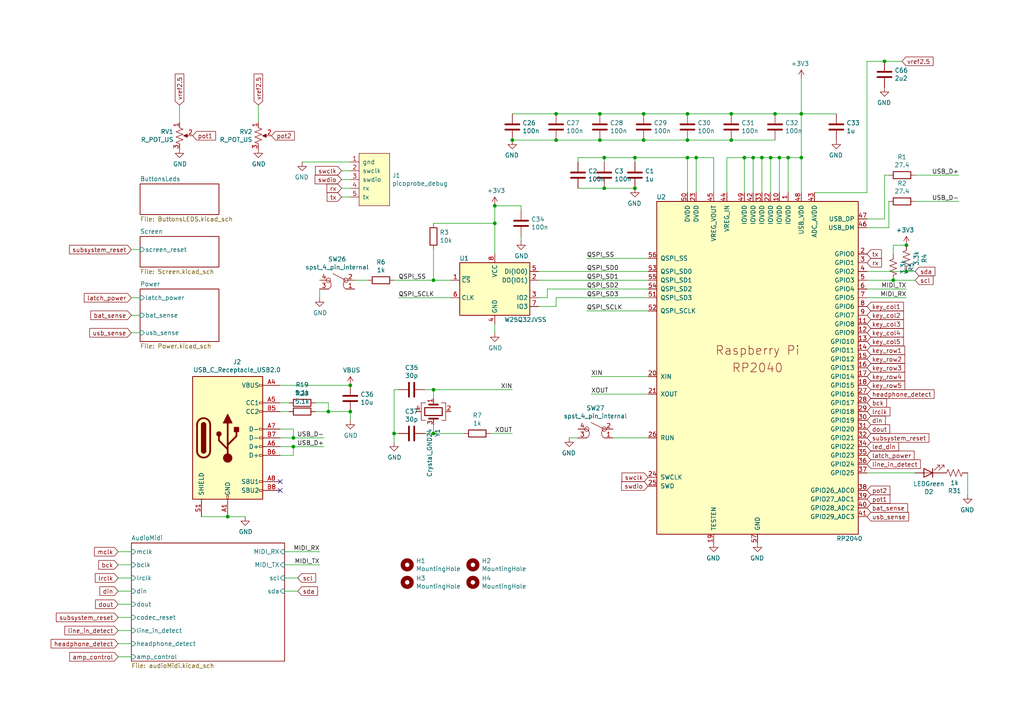
<source format=kicad_sch>
(kicad_sch (version 20211123) (generator eeschema)
  (paper "A4")
  (title_block (title "TDM") (date "2021-09-17") (rev "6") (company "TWR") (comment 1 "Pocket Sound Computer"))
  (lib_symbols
    (symbol "Connector:USB_C_Receptacle_USB2.0" (pin_names (offset 1.016))
      (property "Reference" "J" (at -10.16 19.05 0))
      (property "Value" "USB_C_Receptacle_USB2.0" (at 19.05 19.05 0))
      (symbol "USB_C_Receptacle_USB2.0_0_0"
        (rectangle (start -0.254 -17.78) (end 0.254 -16.764))
        (rectangle (start 10.16 -14.986) (end 9.144 -15.494))
        (rectangle (start 10.16 -12.446) (end 9.144 -12.954))
        (rectangle (start 10.16 -4.826) (end 9.144 -5.334))
        (rectangle (start 10.16 -2.286) (end 9.144 -2.794))
        (rectangle (start 10.16 0.254) (end 9.144 -0.254))
        (rectangle (start 10.16 2.794) (end 9.144 2.286))
        (rectangle (start 10.16 7.874) (end 9.144 7.366))
        (rectangle (start 10.16 10.414) (end 9.144 9.906))
        (rectangle (start 10.16 15.494) (end 9.144 14.986))
      )
      (symbol "USB_C_Receptacle_USB2.0_0_1"
        (rectangle (start -10.16 17.78) (end 10.16 -17.78) (stroke (width 0.254)) (fill (type background)))
        (arc (start -8.89 -3.81) (mid -6.985 -5.715) (end -5.08 -3.81) (stroke (width 0.508)))
        (arc (start -7.62 -3.81) (mid -6.985 -4.445) (end -6.35 -3.81) (stroke (width 0.254)))
        (arc (start -7.62 -3.81) (mid -6.985 -4.445) (end -6.35 -3.81) (stroke (width 0.254)) (fill (type outline)))
        (rectangle (start -7.62 -3.81) (end -6.35 3.81) (stroke (width 0.254)) (fill (type outline)))
        (arc (start -6.35 3.81) (mid -6.985 4.445) (end -7.62 3.81) (stroke (width 0.254)))
        (arc (start -6.35 3.81) (mid -6.985 4.445) (end -7.62 3.81) (stroke (width 0.254)) (fill (type outline)))
        (arc (start -5.08 3.81) (mid -6.985 5.715) (end -8.89 3.81) (stroke (width 0.508)))
        (circle (center -2.54 1.143) (radius 0.635) (stroke (width 0.254)) (fill (type outline)))
        (circle (center 0 -5.842) (radius 1.27) (fill (type outline)))
        (polyline (pts (xy -8.89 -3.81) (xy -8.89 3.81)) (stroke (width 0.508)))
        (polyline (pts (xy -5.08 3.81) (xy -5.08 -3.81)) (stroke (width 0.508)))
        (polyline (pts (xy 0 -5.842) (xy 0 4.318)) (stroke (width 0.508)))
        (polyline (pts (xy 0 -3.302) (xy -2.54 -0.762) (xy -2.54 0.508)) (stroke (width 0.508)))
        (polyline (pts (xy 0 -2.032) (xy 2.54 0.508) (xy 2.54 1.778)) (stroke (width 0.508)))
        (polyline (pts (xy -1.27 4.318) (xy 0 6.858) (xy 1.27 4.318) (xy -1.27 4.318)) (stroke (width 0.254)) (fill (type outline)))
        (rectangle (start 1.905 1.778) (end 3.175 3.048) (stroke (width 0.254)) (fill (type outline)))
      )
      (symbol "USB_C_Receptacle_USB2.0_1_1"
        (pin passive line (at 0 -22.86 90) (length 5.08) (name "GND") (number "A1"))
        (pin passive line (at 0 -22.86 90) (length 5.08) hide (name "GND") (number "A12"))
        (pin passive line (at 15.24 15.24 180) (length 5.08) (name "VBUS") (number "A4"))
        (pin bidirectional line (at 15.24 10.16 180) (length 5.08) (name "CC1") (number "A5"))
        (pin bidirectional line (at 15.24 -2.54 180) (length 5.08) (name "D+") (number "A6"))
        (pin bidirectional line (at 15.24 2.54 180) (length 5.08) (name "D-") (number "A7"))
        (pin bidirectional line (at 15.24 -12.7 180) (length 5.08) (name "SBU1") (number "A8"))
        (pin passive line (at 15.24 15.24 180) (length 5.08) hide (name "VBUS") (number "A9"))
        (pin passive line (at 0 -22.86 90) (length 5.08) hide (name "GND") (number "B1"))
        (pin passive line (at 0 -22.86 90) (length 5.08) hide (name "GND") (number "B12"))
        (pin passive line (at 15.24 15.24 180) (length 5.08) hide (name "VBUS") (number "B4"))
        (pin bidirectional line (at 15.24 7.62 180) (length 5.08) (name "CC2") (number "B5"))
        (pin bidirectional line (at 15.24 -5.08 180) (length 5.08) (name "D+") (number "B6"))
        (pin bidirectional line (at 15.24 0 180) (length 5.08) (name "D-") (number "B7"))
        (pin bidirectional line (at 15.24 -15.24 180) (length 5.08) (name "SBU2") (number "B8"))
        (pin passive line (at 15.24 15.24 180) (length 5.08) hide (name "VBUS") (number "B9"))
        (pin passive line (at -7.62 -22.86 90) (length 5.08) (name "SHIELD") (number "S1"))
      )
    )
    (symbol "Device:C" (pin_numbers hide) (pin_names (offset 0.254))
      (property "Reference" "C" (at 0.635 2.54 0))
      (property "Value" "C" (at 0.635 -2.54 0))
      (symbol "C_0_1"
        (polyline (pts (xy -2.032 -0.762) (xy 2.032 -0.762)) (stroke (width 0.508)))
        (polyline (pts (xy -2.032 0.762) (xy 2.032 0.762)) (stroke (width 0.508)))
      )
      (symbol "C_1_1"
        (pin passive line (at 0 3.81 270) (length 2.794) (name "~") (number "1"))
        (pin passive line (at 0 -3.81 90) (length 2.794) (name "~") (number "2"))
      )
    )
    (symbol "Device:Crystal_GND24" (pin_names (offset 1.016) hide)
      (property "Reference" "Y" (at 3.175 5.08 0))
      (property "Value" "Crystal_GND24" (at 3.175 3.175 0))
      (symbol "Crystal_GND24_0_1"
        (rectangle (start -1.143 2.54) (end 1.143 -2.54) (stroke (width 0.3048)))
        (polyline (pts (xy -2.54 0) (xy -2.032 0)))
        (polyline (pts (xy -2.032 -1.27) (xy -2.032 1.27)) (stroke (width 0.508)))
        (polyline (pts (xy 0 -3.81) (xy 0 -3.556)))
        (polyline (pts (xy 0 3.556) (xy 0 3.81)))
        (polyline (pts (xy 2.032 -1.27) (xy 2.032 1.27)) (stroke (width 0.508)))
        (polyline (pts (xy 2.032 0) (xy 2.54 0)))
        (polyline (pts (xy -2.54 -2.286) (xy -2.54 -3.556) (xy 2.54 -3.556) (xy 2.54 -2.286)))
        (polyline (pts (xy -2.54 2.286) (xy -2.54 3.556) (xy 2.54 3.556) (xy 2.54 2.286)))
      )
      (symbol "Crystal_GND24_1_1"
        (pin passive line (at -3.81 0 0) (length 1.27) (name "1") (number "1"))
        (pin passive line (at 0 5.08 270) (length 1.27) (name "2") (number "2"))
        (pin passive line (at 3.81 0 180) (length 1.27) (name "3") (number "3"))
        (pin passive line (at 0 -5.08 90) (length 1.27) (name "4") (number "4"))
      )
    )
    (symbol "Device:LED" (pin_numbers hide) (pin_names (offset 1.016) hide)
      (property "Reference" "D" (at 0 2.54 0))
      (property "Value" "LED" (at 0 -2.54 0))
      (symbol "LED_0_1"
        (polyline (pts (xy -1.27 -1.27) (xy -1.27 1.27)) (stroke (width 0.254)))
        (polyline (pts (xy -1.27 0) (xy 1.27 0)))
        (polyline (pts (xy 1.27 -1.27) (xy 1.27 1.27) (xy -1.27 0) (xy 1.27 -1.27)) (stroke (width 0.254)))
        (polyline (pts (xy -3.048 -0.762) (xy -4.572 -2.286) (xy -3.81 -2.286) (xy -4.572 -2.286) (xy -4.572 -1.524)))
        (polyline (pts (xy -1.778 -0.762) (xy -3.302 -2.286) (xy -2.54 -2.286) (xy -3.302 -2.286) (xy -3.302 -1.524)))
      )
      (symbol "LED_1_1"
        (pin passive line (at -3.81 0 0) (length 2.54) (name "K") (number "1"))
        (pin passive line (at 3.81 0 180) (length 2.54) (name "A") (number "2"))
      )
    )
    (symbol "Device:R" (pin_numbers hide) (pin_names (offset 0))
      (property "Reference" "R" (at 2.032 0 90))
      (property "Value" "R" (at 0 0 90))
      (symbol "R_0_1"
        (rectangle (start -1.016 -2.54) (end 1.016 2.54) (stroke (width 0.254)))
      )
      (symbol "R_1_1"
        (pin passive line (at 0 3.81 270) (length 1.27) (name "~") (number "1"))
        (pin passive line (at 0 -3.81 90) (length 1.27) (name "~") (number "2"))
      )
    )
    (symbol "Device:R_POT_US" (pin_names (offset 1.016) hide)
      (property "Reference" "RV" (at -4.445 0 90))
      (property "Value" "Device_R_POT_US" (at -2.54 0 90))
      (symbol "R_POT_US_0_1"
        (polyline (pts (xy 0 -2.286) (xy 0 -2.54)))
        (polyline (pts (xy 0 2.54) (xy 0 2.286)))
        (polyline (pts (xy 2.54 0) (xy 1.524 0)))
        (polyline (pts (xy 1.143 0) (xy 2.286 0.508) (xy 2.286 -0.508) (xy 1.143 0)) (fill (type outline)))
        (polyline (pts (xy 0 -0.762) (xy 1.016 -1.143) (xy 0 -1.524) (xy -1.016 -1.905) (xy 0 -2.286)))
        (polyline (pts (xy 0 0.762) (xy 1.016 0.381) (xy 0 0) (xy -1.016 -0.381) (xy 0 -0.762)))
        (polyline (pts (xy 0 2.286) (xy 1.016 1.905) (xy 0 1.524) (xy -1.016 1.143) (xy 0 0.762)))
      )
      (symbol "R_POT_US_1_1"
        (pin passive line (at 0 3.81 270) (length 1.27) (name "1") (number "1"))
        (pin passive line (at 3.81 0 180) (length 1.27) (name "2") (number "2"))
        (pin passive line (at 0 -3.81 90) (length 1.27) (name "3") (number "3"))
      )
    )
    (symbol "Device:R_US" (pin_numbers hide) (pin_names (offset 0))
      (property "Reference" "R" (at 2.54 0 90))
      (property "Value" "R_US" (at -2.54 0 90))
      (symbol "R_US_0_1"
        (polyline (pts (xy 0 -2.286) (xy 0 -2.54)))
        (polyline (pts (xy 0 2.286) (xy 0 2.54)))
        (polyline (pts (xy 0 -0.762) (xy 1.016 -1.143) (xy 0 -1.524) (xy -1.016 -1.905) (xy 0 -2.286)))
        (polyline (pts (xy 0 0.762) (xy 1.016 0.381) (xy 0 0) (xy -1.016 -0.381) (xy 0 -0.762)))
        (polyline (pts (xy 0 2.286) (xy 1.016 1.905) (xy 0 1.524) (xy -1.016 1.143) (xy 0 0.762)))
      )
      (symbol "R_US_1_1"
        (pin passive line (at 0 3.81 270) (length 1.27) (name "~") (number "1"))
        (pin passive line (at 0 -3.81 90) (length 1.27) (name "~") (number "2"))
      )
    )
    (symbol "MCU_RaspberryPi_and_Boards:RP2040" (pin_names (offset 1.016))
      (property "Reference" "U" (at -29.21 49.53 0))
      (property "Value" "MCU_RaspberryPi_and_Boards_RP2040" (at 24.13 -49.53 0))
      (symbol "RP2040_0_0"
        (text "Raspberry Pi" (at 0 5.08 0) (effects (font (size 2.54 2.54))))
        (text "RP2040" (at 0 0 0) (effects (font (size 2.54 2.54))))
      )
      (symbol "RP2040_0_1"
        (rectangle (start 29.21 48.26) (end -29.21 -48.26) (stroke (width 0.254)) (fill (type background)))
      )
      (symbol "RP2040_1_1"
        (pin power_in line (at 8.89 50.8 270) (length 2.54) (name "IOVDD") (number "1"))
        (pin power_in line (at 6.35 50.8 270) (length 2.54) (name "IOVDD") (number "10"))
        (pin bidirectional line (at 31.75 12.7 180) (length 2.54) (name "GPIO8") (number "11"))
        (pin bidirectional line (at 31.75 10.16 180) (length 2.54) (name "GPIO9") (number "12"))
        (pin bidirectional line (at 31.75 7.62 180) (length 2.54) (name "GPIO10") (number "13"))
        (pin bidirectional line (at 31.75 5.08 180) (length 2.54) (name "GPIO11") (number "14"))
        (pin bidirectional line (at 31.75 2.54 180) (length 2.54) (name "GPIO12") (number "15"))
        (pin bidirectional line (at 31.75 0 180) (length 2.54) (name "GPIO13") (number "16"))
        (pin bidirectional line (at 31.75 -2.54 180) (length 2.54) (name "GPIO14") (number "17"))
        (pin bidirectional line (at 31.75 -5.08 180) (length 2.54) (name "GPIO15") (number "18"))
        (pin passive line (at -12.7 -50.8 90) (length 2.54) (name "TESTEN") (number "19"))
        (pin bidirectional line (at 31.75 33.02 180) (length 2.54) (name "GPIO0") (number "2"))
        (pin input line (at -31.75 -2.54 0) (length 2.54) (name "XIN") (number "20"))
        (pin passive line (at -31.75 -7.62 0) (length 2.54) (name "XOUT") (number "21"))
        (pin power_in line (at 3.81 50.8 270) (length 2.54) (name "IOVDD") (number "22"))
        (pin power_in line (at -17.78 50.8 270) (length 2.54) (name "DVDD") (number "23"))
        (pin output line (at -31.75 -31.75 0) (length 2.54) (name "SWCLK") (number "24"))
        (pin bidirectional line (at -31.75 -34.29 0) (length 2.54) (name "SWD") (number "25"))
        (pin input line (at -31.75 -20.32 0) (length 2.54) (name "RUN") (number "26"))
        (pin bidirectional line (at 31.75 -7.62 180) (length 2.54) (name "GPIO16") (number "27"))
        (pin bidirectional line (at 31.75 -10.16 180) (length 2.54) (name "GPIO17") (number "28"))
        (pin bidirectional line (at 31.75 -12.7 180) (length 2.54) (name "GPIO18") (number "29"))
        (pin bidirectional line (at 31.75 30.48 180) (length 2.54) (name "GPIO1") (number "3"))
        (pin bidirectional line (at 31.75 -15.24 180) (length 2.54) (name "GPIO19") (number "30"))
        (pin bidirectional line (at 31.75 -17.78 180) (length 2.54) (name "GPIO20") (number "31"))
        (pin bidirectional line (at 31.75 -20.32 180) (length 2.54) (name "GPIO21") (number "32"))
        (pin power_in line (at 1.27 50.8 270) (length 2.54) (name "IOVDD") (number "33"))
        (pin bidirectional line (at 31.75 -22.86 180) (length 2.54) (name "GPIO22") (number "34"))
        (pin bidirectional line (at 31.75 -25.4 180) (length 2.54) (name "GPIO23") (number "35"))
        (pin bidirectional line (at 31.75 -27.94 180) (length 2.54) (name "GPIO24") (number "36"))
        (pin bidirectional line (at 31.75 -30.48 180) (length 2.54) (name "GPIO25") (number "37"))
        (pin bidirectional line (at 31.75 -35.56 180) (length 2.54) (name "GPIO26_ADC0") (number "38"))
        (pin bidirectional line (at 31.75 -38.1 180) (length 2.54) (name "GPIO27_ADC1") (number "39"))
        (pin bidirectional line (at 31.75 27.94 180) (length 2.54) (name "GPIO2") (number "4"))
        (pin bidirectional line (at 31.75 -40.64 180) (length 2.54) (name "GPIO28_ADC2") (number "40"))
        (pin bidirectional line (at 31.75 -43.18 180) (length 2.54) (name "GPIO29_ADC3") (number "41"))
        (pin power_in line (at -1.27 50.8 270) (length 2.54) (name "IOVDD") (number "42"))
        (pin power_in line (at 16.51 50.8 270) (length 2.54) (name "ADC_AVDD") (number "43"))
        (pin power_in line (at -8.89 50.8 270) (length 2.54) (name "VREG_IN") (number "44"))
        (pin power_out line (at -12.7 50.8 270) (length 2.54) (name "VREG_VOUT") (number "45"))
        (pin bidirectional line (at 31.75 40.64 180) (length 2.54) (name "USB_DM") (number "46"))
        (pin bidirectional line (at 31.75 43.18 180) (length 2.54) (name "USB_DP") (number "47"))
        (pin power_in line (at 12.7 50.8 270) (length 2.54) (name "USB_VDD") (number "48"))
        (pin power_in line (at -3.81 50.8 270) (length 2.54) (name "IOVDD") (number "49"))
        (pin bidirectional line (at 31.75 25.4 180) (length 2.54) (name "GPIO3") (number "5"))
        (pin power_in line (at -20.32 50.8 270) (length 2.54) (name "DVDD") (number "50"))
        (pin bidirectional line (at -31.75 20.32 0) (length 2.54) (name "QSPI_SD3") (number "51"))
        (pin output line (at -31.75 16.51 0) (length 2.54) (name "QSPI_SCLK") (number "52"))
        (pin bidirectional line (at -31.75 27.94 0) (length 2.54) (name "QSPI_SD0") (number "53"))
        (pin bidirectional line (at -31.75 22.86 0) (length 2.54) (name "QSPI_SD2") (number "54"))
        (pin bidirectional line (at -31.75 25.4 0) (length 2.54) (name "QSPI_SD1") (number "55"))
        (pin bidirectional line (at -31.75 31.75 0) (length 2.54) (name "QSPI_SS") (number "56"))
        (pin power_in line (at 0 -50.8 90) (length 2.54) (name "GND") (number "57"))
        (pin bidirectional line (at 31.75 22.86 180) (length 2.54) (name "GPIO4") (number "6"))
        (pin bidirectional line (at 31.75 20.32 180) (length 2.54) (name "GPIO5") (number "7"))
        (pin bidirectional line (at 31.75 17.78 180) (length 2.54) (name "GPIO6") (number "8"))
        (pin bidirectional line (at 31.75 15.24 180) (length 2.54) (name "GPIO7") (number "9"))
      )
    )
    (symbol "Mechanical:MountingHole" (pin_names (offset 1.016))
      (property "Reference" "H" (at 0 5.08 0))
      (property "Value" "MountingHole" (at 0 3.175 0))
      (symbol "MountingHole_0_1"
        (circle (center 0 0) (radius 1.27) (stroke (width 1.27)))
      )
    )
    (symbol "Memory_Flash:W25Q32JVSS"
      (property "Reference" "U" (at -8.89 8.89 0))
      (property "Value" "W25Q32JVSS" (at 7.62 8.89 0))
      (symbol "W25Q32JVSS_0_1"
        (rectangle (start -10.16 7.62) (end 10.16 -7.62) (stroke (width 0.254)) (fill (type background)))
      )
      (symbol "W25Q32JVSS_1_1"
        (pin input line (at -12.7 2.54 0) (length 2.54) (name "~{CS}") (number "1"))
        (pin bidirectional line (at 12.7 2.54 180) (length 2.54) (name "DO(IO1)") (number "2"))
        (pin bidirectional line (at 12.7 -2.54 180) (length 2.54) (name "IO2") (number "3"))
        (pin power_in line (at 0 -10.16 90) (length 2.54) (name "GND") (number "4"))
        (pin bidirectional line (at 12.7 5.08 180) (length 2.54) (name "DI(IO0)") (number "5"))
        (pin input line (at -12.7 -2.54 0) (length 2.54) (name "CLK") (number "6"))
        (pin bidirectional line (at 12.7 -5.08 180) (length 2.54) (name "IO3") (number "7"))
        (pin power_in line (at 0 10.16 270) (length 2.54) (name "VCC") (number "8"))
      )
    )
    (symbol "customLibrary:picoprobe_debug" (pin_names (offset 1.016))
      (property "Reference" "J" (at 2.54 10.16 0))
      (property "Value" "customLibrary_picoprobe_debug" (at 10.16 -8.89 0))
      (symbol "picoprobe_debug_0_1"
        (rectangle (start 2.54 7.62) (end 11.43 -7.62) (fill (type background)))
      )
      (symbol "picoprobe_debug_1_1"
        (pin input line (at 0 5.08 0) (length 2.54) (name "gnd") (number "1"))
        (pin input line (at 0 2.54 0) (length 2.54) (name "swclk") (number "2"))
        (pin input line (at 0 0 0) (length 2.54) (name "swdio") (number "3"))
        (pin input line (at 0 -2.54 0) (length 2.54) (name "rx") (number "4"))
        (pin input line (at 0 -5.08 0) (length 2.54) (name "tx") (number "5"))
      )
    )
    (symbol "customLibrary:spst_4_pin_internal" (pin_names (offset 1.016))
      (property "Reference" "SW" (at 1.905 0 0))
      (property "Value" "customLibrary_spst_4_pin_internal" (at 1.905 0 0))
      (symbol "spst_4_pin_internal_0_1"
        (arc (start -2.54 1.27) (mid -1.7551 2.54) (end -2.54 3.81))
        (circle (center -2.54 3.81) (radius 0.635))
        (polyline (pts (xy -2.54 3.81) (xy 1.27 5.715)))
        (arc (start 2.54 3.81) (mid 1.7551 2.54) (end 2.54 1.27))
        (circle (center 2.54 3.81) (radius 0.635))
      )
      (symbol "spst_4_pin_internal_1_1"
        (pin power_in line (at -5.08 1.27 0) (length 2.54) (name "~") (number "1"))
        (pin power_in line (at -5.08 3.81 0) (length 2.54) (name "~") (number "2"))
        (pin power_in line (at 5.08 1.27 180) (length 2.54) (name "~") (number "3"))
        (pin power_in line (at 5.08 3.81 180) (length 2.54) (name "~") (number "4"))
      )
    )
    (symbol "power:+3.3V" (power) (pin_names (offset 0))
      (property "Value" "+3.3V" (at 0 3.556 0))
      (symbol "+3.3V_0_1"
        (polyline (pts (xy -0.762 1.27) (xy 0 2.54)))
        (polyline (pts (xy 0 0) (xy 0 2.54)))
        (polyline (pts (xy 0 2.54) (xy 0.762 1.27)))
      )
      (symbol "+3.3V_1_1"
        (pin power_in line (at 0 0 90) (length 0) hide (name "+3V3") (number "1"))
      )
    )
    (symbol "power:GND" (power) (pin_names (offset 0))
      (property "Value" "GND" (at 0 -3.81 0))
      (symbol "GND_0_1"
        (polyline (pts (xy 0 0) (xy 0 -1.27) (xy 1.27 -1.27) (xy 0 -2.54) (xy -1.27 -1.27) (xy 0 -1.27)))
      )
      (symbol "GND_1_1"
        (pin power_in line (at 0 0 270) (length 0) hide (name "GND") (number "1"))
      )
    )
    (symbol "power:VBUS" (power) (pin_names (offset 0))
      (property "Value" "VBUS" (at 0 3.81 0))
      (symbol "VBUS_0_1"
        (polyline (pts (xy -0.762 1.27) (xy 0 2.54)))
        (polyline (pts (xy 0 0) (xy 0 2.54)))
        (polyline (pts (xy 0 2.54) (xy 0.762 1.27)))
      )
      (symbol "VBUS_1_1"
        (pin power_in line (at 0 0 90) (length 0) hide (name "VBUS") (number "1"))
      )
    )
  )
  (junction (at 173.99 33.02))
  (junction (at 199.39 45.72))
  (junction (at 186.69 40.64))
  (junction (at 175.26 54.61))
  (junction (at 114.3 125.73))
  (junction (at 256.54 17.78))
  (junction (at 66.04 149.86))
  (junction (at 201.93 45.72))
  (junction (at 259.08 81.28))
  (junction (at 173.99 40.64))
  (junction (at 101.6 119.38))
  (junction (at 215.9 45.72))
  (junction (at 212.09 40.64))
  (junction (at 186.69 33.02))
  (junction (at 262.89 78.74))
  (junction (at 184.15 45.72))
  (junction (at 85.09 127))
  (junction (at 125.73 125.73))
  (junction (at 161.29 40.64))
  (junction (at 161.29 33.02))
  (junction (at 220.98 45.72))
  (junction (at 143.51 59.69))
  (junction (at 85.09 129.54))
  (junction (at 224.79 33.02))
  (junction (at 232.41 45.72))
  (junction (at 143.51 64.77))
  (junction (at 95.25 119.38))
  (junction (at 184.15 54.61))
  (junction (at 223.52 45.72))
  (junction (at 101.6 111.76))
  (junction (at 218.44 45.72))
  (junction (at 125.73 81.28))
  (junction (at 148.59 40.64))
  (junction (at 199.39 33.02))
  (junction (at 226.06 45.72))
  (junction (at 125.73 113.03))
  (junction (at 232.41 33.02))
  (junction (at 262.89 71.12))
  (junction (at 175.26 45.72))
  (junction (at 212.09 33.02))
  (junction (at 228.6 45.72))
  (junction (at 199.39 40.64))
  (no_connect (at 81.28 142.24))
  (no_connect (at 81.28 139.7))
  (wire (pts (xy 81.28 111.76) (xy 101.6 111.76)))
  (wire (pts (xy 114.3 81.28) (xy 125.73 81.28)))
  (wire (pts (xy 34.29 182.88) (xy 38.1 182.88)))
  (wire (pts (xy 99.06 57.15) (xy 101.6 57.15)))
  (wire (pts (xy 143.51 93.98) (xy 143.51 96.52)))
  (wire (pts (xy 201.93 45.72) (xy 199.39 45.72)))
  (wire (pts (xy 262.89 78.74) (xy 265.43 78.74)))
  (wire (pts (xy 161.29 40.64) (xy 173.99 40.64)))
  (wire (pts (xy 232.41 33.02) (xy 242.57 33.02)))
  (wire (pts (xy 95.25 116.84) (xy 95.25 119.38)))
  (wire (pts (xy 81.28 119.38) (xy 83.82 119.38)))
  (wire (pts (xy 151.13 68.58) (xy 151.13 69.85)))
  (wire (pts (xy 251.46 83.82) (xy 262.89 83.82)))
  (wire (pts (xy 34.29 190.5) (xy 38.1 190.5)))
  (wire (pts (xy 130.81 81.28) (xy 125.73 81.28)))
  (wire (pts (xy 220.98 55.88) (xy 220.98 45.72)))
  (wire (pts (xy 210.82 55.88) (xy 210.82 45.72)))
  (wire (pts (xy 125.73 125.73) (xy 123.19 125.73)))
  (wire (pts (xy 167.64 127) (xy 165.1 127)))
  (wire (pts (xy 158.75 83.82) (xy 158.75 86.36)))
  (wire (pts (xy 125.73 64.77) (xy 143.51 64.77)))
  (wire (pts (xy 259.08 71.12) (xy 262.89 71.12)))
  (wire (pts (xy 223.52 55.88) (xy 223.52 45.72)))
  (wire (pts (xy 125.73 123.19) (xy 125.73 125.73)))
  (wire (pts (xy 210.82 45.72) (xy 215.9 45.72)))
  (wire (pts (xy 256.54 63.5) (xy 256.54 50.8)))
  (wire (pts (xy 95.25 119.38) (xy 101.6 119.38)))
  (wire (pts (xy 251.46 66.04) (xy 257.81 66.04)))
  (wire (pts (xy 226.06 45.72) (xy 228.6 45.72)))
  (wire (pts (xy 158.75 83.82) (xy 187.96 83.82)))
  (wire (pts (xy 123.19 113.03) (xy 125.73 113.03)))
  (wire (pts (xy 81.28 132.08) (xy 85.09 132.08)))
  (wire (pts (xy 125.73 113.03) (xy 148.59 113.03)))
  (wire (pts (xy 215.9 45.72) (xy 218.44 45.72)))
  (wire (pts (xy 251.46 78.74) (xy 262.89 78.74)))
  (wire (pts (xy 218.44 55.88) (xy 218.44 45.72)))
  (wire (pts (xy 125.73 113.03) (xy 125.73 115.57)))
  (wire (pts (xy 171.45 114.3) (xy 187.96 114.3)))
  (wire (pts (xy 99.06 49.53) (xy 101.6 49.53)))
  (wire (pts (xy 161.29 86.36) (xy 187.96 86.36)))
  (wire (pts (xy 251.46 137.16) (xy 265.43 137.16)))
  (wire (pts (xy 184.15 45.72) (xy 175.26 45.72)))
  (wire (pts (xy 34.29 175.26) (xy 38.1 175.26)))
  (wire (pts (xy 66.04 149.86) (xy 71.12 149.86)))
  (wire (pts (xy 148.59 125.73) (xy 142.24 125.73)))
  (wire (pts (xy 82.55 171.45) (xy 86.36 171.45)))
  (wire (pts (xy 58.42 149.86) (xy 66.04 149.86)))
  (wire (pts (xy 99.06 54.61) (xy 101.6 54.61)))
  (wire (pts (xy 91.44 119.38) (xy 95.25 119.38)))
  (wire (pts (xy 175.26 45.72) (xy 167.64 45.72)))
  (wire (pts (xy 173.99 40.64) (xy 186.69 40.64)))
  (wire (pts (xy 38.1 72.39) (xy 40.64 72.39)))
  (wire (pts (xy 85.09 124.46) (xy 85.09 127)))
  (wire (pts (xy 232.41 22.86) (xy 232.41 33.02)))
  (wire (pts (xy 87.63 46.99) (xy 101.6 46.99)))
  (wire (pts (xy 215.9 55.88) (xy 215.9 45.72)))
  (wire (pts (xy 91.44 116.84) (xy 95.25 116.84)))
  (wire (pts (xy 199.39 40.64) (xy 212.09 40.64)))
  (wire (pts (xy 251.46 17.78) (xy 251.46 55.88)))
  (wire (pts (xy 199.39 45.72) (xy 199.39 55.88)))
  (wire (pts (xy 156.21 78.74) (xy 187.96 78.74)))
  (wire (pts (xy 106.68 81.28) (xy 102.87 81.28)))
  (wire (pts (xy 228.6 55.88) (xy 228.6 45.72)))
  (wire (pts (xy 226.06 55.88) (xy 226.06 45.72)))
  (wire (pts (xy 256.54 50.8) (xy 257.81 50.8)))
  (wire (pts (xy 38.1 91.44) (xy 40.64 91.44)))
  (wire (pts (xy 261.62 17.78) (xy 256.54 17.78)))
  (wire (pts (xy 82.55 167.64) (xy 86.36 167.64)))
  (wire (pts (xy 218.44 45.72) (xy 220.98 45.72)))
  (wire (pts (xy 38.1 96.52) (xy 40.64 96.52)))
  (wire (pts (xy 173.99 33.02) (xy 186.69 33.02)))
  (wire (pts (xy 228.6 45.72) (xy 232.41 45.72)))
  (wire (pts (xy 223.52 45.72) (xy 226.06 45.72)))
  (wire (pts (xy 167.64 45.72) (xy 167.64 46.99)))
  (wire (pts (xy 114.3 125.73) (xy 114.3 128.27)))
  (wire (pts (xy 212.09 33.02) (xy 224.79 33.02)))
  (wire (pts (xy 232.41 55.88) (xy 232.41 45.72)))
  (wire (pts (xy 148.59 40.64) (xy 161.29 40.64)))
  (wire (pts (xy 175.26 54.61) (xy 184.15 54.61)))
  (wire (pts (xy 74.93 30.48) (xy 74.93 35.56)))
  (wire (pts (xy 265.43 50.8) (xy 278.13 50.8)))
  (wire (pts (xy 82.55 163.83) (xy 92.71 163.83)))
  (wire (pts (xy 81.28 124.46) (xy 85.09 124.46)))
  (wire (pts (xy 125.73 72.39) (xy 125.73 81.28)))
  (wire (pts (xy 81.28 129.54) (xy 85.09 129.54)))
  (wire (pts (xy 251.46 86.36) (xy 262.89 86.36)))
  (wire (pts (xy 167.64 54.61) (xy 175.26 54.61)))
  (wire (pts (xy 207.01 55.88) (xy 207.01 45.72)))
  (wire (pts (xy 85.09 132.08) (xy 85.09 129.54)))
  (wire (pts (xy 199.39 45.72) (xy 184.15 45.72)))
  (wire (pts (xy 161.29 33.02) (xy 173.99 33.02)))
  (wire (pts (xy 265.43 58.42) (xy 278.13 58.42)))
  (wire (pts (xy 114.3 125.73) (xy 114.3 113.03)))
  (wire (pts (xy 85.09 129.54) (xy 93.98 129.54)))
  (wire (pts (xy 34.29 163.83) (xy 38.1 163.83)))
  (wire (pts (xy 143.51 73.66) (xy 143.51 64.77)))
  (wire (pts (xy 115.57 125.73) (xy 114.3 125.73)))
  (wire (pts (xy 256.54 17.78) (xy 251.46 17.78)))
  (wire (pts (xy 199.39 33.02) (xy 212.09 33.02)))
  (wire (pts (xy 259.08 81.28) (xy 265.43 81.28)))
  (wire (pts (xy 34.29 186.69) (xy 38.1 186.69)))
  (wire (pts (xy 207.01 45.72) (xy 201.93 45.72)))
  (wire (pts (xy 82.55 160.02) (xy 92.71 160.02)))
  (wire (pts (xy 143.51 59.69) (xy 151.13 59.69)))
  (wire (pts (xy 92.71 83.82) (xy 92.71 86.36)))
  (wire (pts (xy 280.67 137.16) (xy 280.67 143.51)))
  (wire (pts (xy 187.96 127) (xy 177.8 127)))
  (wire (pts (xy 161.29 86.36) (xy 161.29 88.9)))
  (wire (pts (xy 158.75 86.36) (xy 156.21 86.36)))
  (wire (pts (xy 101.6 52.07) (xy 99.06 52.07)))
  (wire (pts (xy 259.08 73.66) (xy 259.08 71.12)))
  (wire (pts (xy 251.46 63.5) (xy 256.54 63.5)))
  (wire (pts (xy 186.69 40.64) (xy 199.39 40.64)))
  (wire (pts (xy 148.59 33.02) (xy 161.29 33.02)))
  (wire (pts (xy 115.57 86.36) (xy 130.81 86.36)))
  (wire (pts (xy 134.62 125.73) (xy 125.73 125.73)))
  (wire (pts (xy 114.3 113.03) (xy 115.57 113.03)))
  (wire (pts (xy 156.21 81.28) (xy 187.96 81.28)))
  (wire (pts (xy 184.15 45.72) (xy 184.15 46.99)))
  (wire (pts (xy 34.29 179.07) (xy 38.1 179.07)))
  (wire (pts (xy 175.26 45.72) (xy 175.26 46.99)))
  (wire (pts (xy 161.29 88.9) (xy 156.21 88.9)))
  (wire (pts (xy 143.51 64.77) (xy 143.51 59.69)))
  (wire (pts (xy 171.45 109.22) (xy 187.96 109.22)))
  (wire (pts (xy 186.69 33.02) (xy 199.39 33.02)))
  (wire (pts (xy 170.18 90.17) (xy 187.96 90.17)))
  (wire (pts (xy 34.29 167.64) (xy 38.1 167.64)))
  (wire (pts (xy 81.28 116.84) (xy 83.82 116.84)))
  (wire (pts (xy 251.46 55.88) (xy 236.22 55.88)))
  (wire (pts (xy 81.28 127) (xy 85.09 127)))
  (wire (pts (xy 52.07 30.48) (xy 52.07 35.56)))
  (wire (pts (xy 101.6 119.38) (xy 101.6 121.92)))
  (wire (pts (xy 220.98 45.72) (xy 223.52 45.72)))
  (wire (pts (xy 187.96 74.93) (xy 170.18 74.93)))
  (wire (pts (xy 224.79 33.02) (xy 232.41 33.02)))
  (wire (pts (xy 85.09 127) (xy 93.98 127)))
  (wire (pts (xy 34.29 171.45) (xy 38.1 171.45)))
  (wire (pts (xy 251.46 81.28) (xy 259.08 81.28)))
  (wire (pts (xy 257.81 66.04) (xy 257.81 58.42)))
  (wire (pts (xy 151.13 59.69) (xy 151.13 60.96)))
  (wire (pts (xy 38.1 86.36) (xy 40.64 86.36)))
  (wire (pts (xy 212.09 40.64) (xy 224.79 40.64)))
  (wire (pts (xy 201.93 55.88) (xy 201.93 45.72)))
  (wire (pts (xy 232.41 33.02) (xy 232.41 45.72)))
  (wire (pts (xy 34.29 160.02) (xy 38.1 160.02)))
  (label "XIN" (at 148.59 113.03 180))
  (label "QSPI_SCLK" (at 115.57 86.36 0))
  (label "USB_D+" (at 93.98 129.54 180))
  (label "USB_D-" (at 278.13 58.42 180))
  (label "QSPI_SD0" (at 170.18 78.74 0))
  (label "QSPI_SS" (at 115.57 81.28 0))
  (label "MIDI_RX" (at 92.71 160.02 180))
  (label "XOUT" (at 148.59 125.73 180))
  (label "MIDI_TX" (at 262.89 83.82 180))
  (label "USB_D-" (at 93.98 127 180))
  (label "QSPI_SD2" (at 170.18 83.82 0))
  (label "USB_D+" (at 278.13 50.8 180))
  (label "MIDI_RX" (at 262.89 86.36 180))
  (label "QSPI_SS" (at 170.18 74.93 0))
  (label "QSPI_SD1" (at 170.18 81.28 0))
  (label "XOUT" (at 171.45 114.3 0))
  (label "QSPI_SD3" (at 170.18 86.36 0))
  (label "XIN" (at 171.45 109.22 0))
  (label "MIDI_TX" (at 92.71 163.83 180))
  (label "QSPI_SCLK" (at 170.18 90.17 0))
  (global_label "key_col5" (shape input) (at 251.46 99.06 0) (property "Intersheet References" "${INTERSHEET_REFS}" (effects hide)))
  (global_label "pot2" (shape input) (at 251.46 142.24 0) (property "Intersheet References" "${INTERSHEET_REFS}" (effects hide)))
  (global_label "bck" (shape input) (at 34.29 163.83 180) (property "Intersheet References" "${INTERSHEET_REFS}" (effects hide)))
  (global_label "mclk" (shape input) (at 34.29 160.02 180) (property "Intersheet References" "${INTERSHEET_REFS}" (effects hide)))
  (global_label "sda" (shape input) (at 265.43 78.74 0) (property "Intersheet References" "${INTERSHEET_REFS}" (effects hide)))
  (global_label "key_col4" (shape input) (at 251.46 96.52 0) (property "Intersheet References" "${INTERSHEET_REFS}" (effects hide)))
  (global_label "swclk" (shape input) (at 187.96 138.43 180) (property "Intersheet References" "${INTERSHEET_REFS}" (effects hide)))
  (global_label "key_row4" (shape input) (at 251.46 109.22 0) (property "Intersheet References" "${INTERSHEET_REFS}" (effects hide)))
  (global_label "rx" (shape input) (at 251.46 76.2 0) (property "Intersheet References" "${INTERSHEET_REFS}" (effects hide)))
  (global_label "bck" (shape input) (at 251.46 116.84 0) (property "Intersheet References" "${INTERSHEET_REFS}" (effects hide)))
  (global_label "led_din" (shape input) (at 251.46 129.54 0) (property "Intersheet References" "${INTERSHEET_REFS}" (effects hide)))
  (global_label "subsystem_reset" (shape input) (at 251.46 127 0) (property "Intersheet References" "${INTERSHEET_REFS}" (effects hide)))
  (global_label "swclk" (shape input) (at 99.06 49.53 180) (property "Intersheet References" "${INTERSHEET_REFS}" (effects hide)))
  (global_label "swdio" (shape input) (at 187.96 140.97 180) (property "Intersheet References" "${INTERSHEET_REFS}" (effects hide)))
  (global_label "key_row5" (shape input) (at 251.46 111.76 0) (property "Intersheet References" "${INTERSHEET_REFS}" (effects hide)))
  (global_label "scl" (shape input) (at 86.36 167.64 0) (property "Intersheet References" "${INTERSHEET_REFS}" (effects hide)))
  (global_label "rx" (shape input) (at 99.06 54.61 180) (property "Intersheet References" "${INTERSHEET_REFS}" (effects hide)))
  (global_label "dout" (shape input) (at 34.29 175.26 180) (property "Intersheet References" "${INTERSHEET_REFS}" (effects hide)))
  (global_label "pot1" (shape input) (at 55.88 39.37 0) (property "Intersheet References" "${INTERSHEET_REFS}" (effects hide)))
  (global_label "key_col3" (shape input) (at 251.46 93.98 0) (property "Intersheet References" "${INTERSHEET_REFS}" (effects hide)))
  (global_label "key_row1" (shape input) (at 251.46 101.6 0) (property "Intersheet References" "${INTERSHEET_REFS}" (effects hide)))
  (global_label "latch_power" (shape input) (at 38.1 86.36 180) (property "Intersheet References" "${INTERSHEET_REFS}" (effects hide)))
  (global_label "vref2.5" (shape input) (at 74.93 30.48 90) (property "Intersheet References" "${INTERSHEET_REFS}" (effects hide)))
  (global_label "amp_control" (shape input) (at 34.29 190.5 180) (property "Intersheet References" "${INTERSHEET_REFS}" (effects hide)))
  (global_label "latch_power" (shape input) (at 251.46 132.08 0) (property "Intersheet References" "${INTERSHEET_REFS}" (effects hide)))
  (global_label "key_col1" (shape input) (at 251.46 88.9 0) (property "Intersheet References" "${INTERSHEET_REFS}" (effects hide)))
  (global_label "headphone_detect" (shape input) (at 34.29 186.69 180) (property "Intersheet References" "${INTERSHEET_REFS}" (effects hide)))
  (global_label "sda" (shape input) (at 86.36 171.45 0) (property "Intersheet References" "${INTERSHEET_REFS}" (effects hide)))
  (global_label "key_col2" (shape input) (at 251.46 91.44 0) (property "Intersheet References" "${INTERSHEET_REFS}" (effects hide)))
  (global_label "dout" (shape input) (at 251.46 124.46 0) (property "Intersheet References" "${INTERSHEET_REFS}" (effects hide)))
  (global_label "swdio" (shape input) (at 99.06 52.07 180) (property "Intersheet References" "${INTERSHEET_REFS}" (effects hide)))
  (global_label "lrclk" (shape input) (at 251.46 119.38 0) (property "Intersheet References" "${INTERSHEET_REFS}" (effects hide)))
  (global_label "headphone_detect" (shape input) (at 251.46 114.3 0) (property "Intersheet References" "${INTERSHEET_REFS}" (effects hide)))
  (global_label "bat_sense" (shape input) (at 251.46 147.32 0) (property "Intersheet References" "${INTERSHEET_REFS}" (effects hide)))
  (global_label "usb_sense" (shape input) (at 38.1 96.52 180) (property "Intersheet References" "${INTERSHEET_REFS}" (effects hide)))
  (global_label "tx" (shape input) (at 99.06 57.15 180) (property "Intersheet References" "${INTERSHEET_REFS}" (effects hide)))
  (global_label "din" (shape input) (at 34.29 171.45 180) (property "Intersheet References" "${INTERSHEET_REFS}" (effects hide)))
  (global_label "pot2" (shape input) (at 78.74 39.37 0) (property "Intersheet References" "${INTERSHEET_REFS}" (effects hide)))
  (global_label "tx" (shape input) (at 251.46 73.66 0) (property "Intersheet References" "${INTERSHEET_REFS}" (effects hide)))
  (global_label "vref2.5" (shape input) (at 261.62 17.78 0) (property "Intersheet References" "${INTERSHEET_REFS}" (effects hide)))
  (global_label "pot1" (shape input) (at 251.46 144.78 0) (property "Intersheet References" "${INTERSHEET_REFS}" (effects hide)))
  (global_label "scl" (shape input) (at 265.43 81.28 0) (property "Intersheet References" "${INTERSHEET_REFS}" (effects hide)))
  (global_label "key_row3" (shape input) (at 251.46 106.68 0) (property "Intersheet References" "${INTERSHEET_REFS}" (effects hide)))
  (global_label "bat_sense" (shape input) (at 38.1 91.44 180) (property "Intersheet References" "${INTERSHEET_REFS}" (effects hide)))
  (global_label "line_in_detect" (shape input) (at 34.29 182.88 180) (property "Intersheet References" "${INTERSHEET_REFS}" (effects hide)))
  (global_label "key_row2" (shape input) (at 251.46 104.14 0) (property "Intersheet References" "${INTERSHEET_REFS}" (effects hide)))
  (global_label "subsystem_reset" (shape input) (at 34.29 179.07 180) (property "Intersheet References" "${INTERSHEET_REFS}" (effects hide)))
  (global_label "line_in_detect" (shape input) (at 251.46 134.62 0) (property "Intersheet References" "${INTERSHEET_REFS}" (effects hide)))
  (global_label "vref2.5" (shape input) (at 52.07 30.48 90) (property "Intersheet References" "${INTERSHEET_REFS}" (effects hide)))
  (global_label "usb_sense" (shape input) (at 251.46 149.86 0) (property "Intersheet References" "${INTERSHEET_REFS}" (effects hide)))
  (global_label "din" (shape input) (at 251.46 121.92 0) (property "Intersheet References" "${INTERSHEET_REFS}" (effects hide)))
  (global_label "lrclk" (shape input) (at 34.29 167.64 180) (property "Intersheet References" "${INTERSHEET_REFS}" (effects hide)))
  (global_label "subsystem_reset" (shape input) (at 38.1 72.39 180) (property "Intersheet References" "${INTERSHEET_REFS}" (effects hide)))
  (symbol (lib_id "Device:R_US") (at 262.89 74.93 0) (mirror y) (unit 1)
    (property "Reference" "R4" (at 268.097 74.93 90))
    (property "Value" "3.3k" (at 265.7856 74.93 90))
    (property "Footprint" "MyLibrary:R_0402_1005Metric_nosilk" (effects hide))
    (property "LCSC" "C25890" (effects hide))
    (property "checked" "1" (effects hide))
  )
  (symbol (lib_id "Device:R_US") (at 259.08 77.47 0) (mirror y) (unit 1)
    (property "Reference" "R5" (at 264.287 77.47 90))
    (property "Value" "3.3k" (at 261.9756 77.47 90))
    (property "Footprint" "MyLibrary:R_0402_1005Metric_nosilk" (effects hide))
    (property "LCSC" "C25890" (effects hide))
    (property "checked" "1" (effects hide))
  )
  (symbol (lib_id "power:+3.3V") (at 262.89 71.12 0) (mirror y) (unit 1)
    (property "Reference" "#PWR012" (effects hide))
    (property "Value" "+3.3V" (at 262.509 66.7258 0))
  )
  (symbol (lib_id "Mechanical:MountingHole") (at 118.11 163.83 0) (unit 1)
    (property "Reference" "H1" (at 120.65 162.6616 0) (effects (justify left)))
    (property "Value" "MountingHole" (at 120.65 164.973 0) (effects (justify left)))
    (property "Footprint" "Mounting_Holes:MountingHole_2.2mm_M2" (effects hide))
  )
  (symbol (lib_id "Mechanical:MountingHole") (at 118.11 168.91 0) (unit 1)
    (property "Reference" "H3" (at 120.65 167.7416 0) (effects (justify left)))
    (property "Value" "MountingHole" (at 120.65 170.053 0) (effects (justify left)))
    (property "Footprint" "Mounting_Holes:MountingHole_2.2mm_M2" (effects hide))
  )
  (symbol (lib_id "Mechanical:MountingHole") (at 137.16 163.83 0) (unit 1)
    (property "Reference" "H2" (at 139.7 162.6616 0) (effects (justify left)))
    (property "Value" "MountingHole" (at 139.7 164.973 0) (effects (justify left)))
    (property "Footprint" "Mounting_Holes:MountingHole_2.2mm_M2" (effects hide))
  )
  (symbol (lib_id "Mechanical:MountingHole") (at 137.16 168.91 0) (unit 1)
    (property "Reference" "H4" (at 139.7 167.7416 0) (effects (justify left)))
    (property "Value" "MountingHole" (at 139.7 170.053 0) (effects (justify left)))
    (property "Footprint" "Mounting_Holes:MountingHole_2.2mm_M2" (effects hide))
  )
  (symbol (lib_id "power:GND") (at 165.1 127 0) (mirror y) (unit 1)
    (property "Reference" "#PWR016" (effects hide))
    (property "Value" "GND" (at 164.973 131.3942 0))
  )
  (symbol (lib_id "MCU_RaspberryPi_and_Boards:RP2040") (at 219.71 106.68 0) (unit 1)
    (property "Reference" "U2" (at 191.77 57.15 0))
    (property "Value" "RP2040" (at 246.38 156.21 0))
    (property "Footprint" "MCU_RaspberryPi_and_Boards:RP2040-QFN-56" (effects hide))
    (property "LCSC" "C2040" (effects hide))
    (property "checked" "1" (effects hide))
  )
  (symbol (lib_id "Device:C") (at 148.59 36.83 0) (unit 1)
    (property "Reference" "C26" (at 151.511 35.6616 0) (effects (justify left)))
    (property "Value" "100n" (at 151.511 37.973 0) (effects (justify left)))
    (property "Footprint" "Capacitor_SMD:C_0402_1005Metric" (effects hide))
    (property "LCSC" "C307331" (effects hide))
    (property "checked" "1" (effects hide))
  )
  (symbol (lib_id "Device:C") (at 161.29 36.83 0) (unit 1)
    (property "Reference" "C27" (at 164.211 35.6616 0) (effects (justify left)))
    (property "Value" "100n" (at 164.211 37.973 0) (effects (justify left)))
    (property "Footprint" "Capacitor_SMD:C_0402_1005Metric" (effects hide))
    (property "LCSC" "C307331" (effects hide))
    (property "checked" "1" (effects hide))
  )
  (symbol (lib_id "Device:C") (at 173.99 36.83 0) (unit 1)
    (property "Reference" "C28" (at 176.911 35.6616 0) (effects (justify left)))
    (property "Value" "100n" (at 176.911 37.973 0) (effects (justify left)))
    (property "Footprint" "Capacitor_SMD:C_0402_1005Metric" (effects hide))
    (property "LCSC" "C307331" (effects hide))
    (property "checked" "1" (effects hide))
  )
  (symbol (lib_id "Device:C") (at 186.69 36.83 0) (unit 1)
    (property "Reference" "C29" (at 189.611 35.6616 0) (effects (justify left)))
    (property "Value" "100n" (at 189.611 37.973 0) (effects (justify left)))
    (property "Footprint" "Capacitor_SMD:C_0402_1005Metric" (effects hide))
    (property "LCSC" "C307331" (effects hide))
    (property "checked" "1" (effects hide))
  )
  (symbol (lib_id "Device:C") (at 199.39 36.83 0) (unit 1)
    (property "Reference" "C30" (at 202.311 35.6616 0) (effects (justify left)))
    (property "Value" "100n" (at 202.311 37.973 0) (effects (justify left)))
    (property "Footprint" "Capacitor_SMD:C_0402_1005Metric" (effects hide))
    (property "LCSC" "C307331" (effects hide))
    (property "checked" "1" (effects hide))
  )
  (symbol (lib_id "Device:C") (at 212.09 36.83 0) (unit 1)
    (property "Reference" "C31" (at 215.011 35.6616 0) (effects (justify left)))
    (property "Value" "100n" (at 215.011 37.973 0) (effects (justify left)))
    (property "Footprint" "Capacitor_SMD:C_0402_1005Metric" (effects hide))
    (property "LCSC" "C307331" (effects hide))
    (property "checked" "1" (effects hide))
  )
  (symbol (lib_id "Device:C") (at 224.79 36.83 0) (unit 1)
    (property "Reference" "C32" (at 227.711 35.6616 0) (effects (justify left)))
    (property "Value" "100n" (at 227.711 37.973 0) (effects (justify left)))
    (property "Footprint" "Capacitor_SMD:C_0402_1005Metric" (effects hide))
    (property "LCSC" "C307331" (effects hide))
    (property "checked" "1" (effects hide))
  )
  (symbol (lib_id "power:+3.3V") (at 232.41 22.86 0) (mirror y) (unit 1)
    (property "Reference" "#PWR03" (effects hide))
    (property "Value" "+3.3V" (at 232.029 18.4658 0))
  )
  (symbol (lib_id "customLibrary:picoprobe_debug") (at 101.6 52.07 0) (unit 1)
    (property "Reference" "J1" (at 113.7412 50.9016 0) (effects (justify left)))
    (property "Value" "picoprobe_debug" (at 113.7412 53.213 0) (effects (justify left)))
    (property "Footprint" "RandomJunk:pico debug header" (effects hide))
  )
  (symbol (lib_id "Device:C") (at 242.57 36.83 0) (unit 1)
    (property "Reference" "C33" (at 245.491 35.6616 0) (effects (justify left)))
    (property "Value" "1u" (at 245.491 37.973 0) (effects (justify left)))
    (property "Footprint" "Capacitor_SMD:C_0402_1005Metric" (effects hide))
    (property "LCSC" "C52923" (effects hide))
    (property "checked" "1" (effects hide))
  )
  (symbol (lib_id "power:GND") (at 242.57 40.64 0) (mirror y) (unit 1)
    (property "Reference" "#PWR09" (effects hide))
    (property "Value" "GND" (at 242.443 45.0342 0))
  )
  (symbol (lib_id "power:GND") (at 87.63 46.99 0) (mirror y) (unit 1)
    (property "Reference" "#PWR0104" (effects hide))
    (property "Value" "GND" (at 87.503 51.3842 0))
  )
  (symbol (lib_id "power:GND") (at 148.59 40.64 0) (mirror y) (unit 1)
    (property "Reference" "#PWR06" (effects hide))
    (property "Value" "GND" (at 148.463 45.0342 0))
  )
  (symbol (lib_id "Device:Crystal_GND24") (at 125.73 119.38 270) (unit 1)
    (property "Reference" "Y1" (at 126.8984 124.3076 0) (effects (justify left)))
    (property "Value" "Crystal_GND24" (at 124.587 124.3076 0) (effects (justify left)))
    (property "Footprint" "Crystals:Crystal_SMD_3225-4pin_3.2x2.5mm" (effects hide))
    (property "LCSC" "C5332006" (effects hide))
    (property "checked" "1" (effects hide))
  )
  (symbol (lib_id "power:GND") (at 207.01 157.48 0) (mirror y) (unit 1)
    (property "Reference" "#PWR021" (effects hide))
    (property "Value" "GND" (at 206.883 161.8742 0))
  )
  (symbol (lib_id "power:GND") (at 219.71 157.48 0) (mirror y) (unit 1)
    (property "Reference" "#PWR022" (effects hide))
    (property "Value" "GND" (at 219.583 161.8742 0))
  )
  (symbol (lib_id "Device:R") (at 261.62 50.8 90) (unit 1)
    (property "Reference" "R1" (at 261.62 45.5422 90))
    (property "Value" "27.4" (at 261.62 47.8536 90))
    (property "Footprint" "Resistor_SMD:R_0402_1005Metric" (effects hide))
    (property "LCSC" "C31439" (effects hide))
    (property "checked" "1" (effects hide))
  )
  (symbol (lib_id "Device:R") (at 261.62 58.42 90) (unit 1)
    (property "Reference" "R2" (at 261.62 53.1622 90))
    (property "Value" "27.4" (at 261.62 55.4736 90))
    (property "Footprint" "Resistor_SMD:R_0402_1005Metric" (effects hide))
    (property "LCSC" "C31439" (effects hide))
    (property "checked" "1" (effects hide))
  )
  (symbol (lib_id "Connector:USB_C_Receptacle_USB2.0") (at 66.04 127 0) (unit 1)
    (property "Reference" "J2" (at 68.7578 104.9782 0))
    (property "Value" "USB_C_Receptacle_USB2.0" (at 68.7578 107.2896 0))
    (property "Footprint" "RandomJunk:USB-C_SMD-TYPE-C-31-M-12" (effects hide))
    (property "Datasheet" "https://www.usb.org/sites/default/files/documents/usb_type-c.zip" (effects hide))
    (property "LCSC" "C165948" (effects hide))
    (property "checked" "1" (effects hide))
  )
  (symbol (lib_id "Device:R") (at 87.63 116.84 270) (unit 1)
    (property "Reference" "R19" (at 87.63 111.5822 90))
    (property "Value" "5.1k" (at 87.63 113.8936 90))
    (property "Footprint" "Resistor_SMD:R_0402_1005Metric" (effects hide))
    (property "LCSC" "C25905" (effects hide))
    (property "checked" "1" (effects hide))
  )
  (symbol (lib_id "Device:R") (at 87.63 119.38 270) (unit 1)
    (property "Reference" "R20" (at 87.63 114.1222 90))
    (property "Value" "5.1k" (at 87.63 116.4336 90))
    (property "Footprint" "Resistor_SMD:R_0402_1005Metric" (effects hide))
    (property "LCSC" "C25905" (effects hide))
    (property "checked" "1" (effects hide))
  )
  (symbol (lib_id "power:GND") (at 71.12 149.86 0) (unit 1)
    (property "Reference" "#PWR0103" (effects hide))
    (property "Value" "GND" (at 71.247 154.2542 0))
  )
  (symbol (lib_id "Device:C") (at 184.15 50.8 0) (unit 1)
    (property "Reference" "C1" (at 187.071 49.6316 0) (effects (justify left)))
    (property "Value" "1u" (at 187.071 51.943 0) (effects (justify left)))
    (property "Footprint" "Capacitor_SMD:C_0402_1005Metric" (effects hide))
    (property "LCSC" "C52923" (effects hide))
    (property "checked" "1" (effects hide))
  )
  (symbol (lib_id "power:GND") (at 184.15 54.61 0) (mirror y) (unit 1)
    (property "Reference" "#PWR0105" (effects hide))
    (property "Value" "GND" (at 184.023 59.0042 0))
  )
  (symbol (lib_id "Device:R_POT_US") (at 52.07 39.37 0) (unit 1)
    (property "Reference" "RV1" (at 50.3682 38.2016 0) (effects (justify right)))
    (property "Value" "R_POT_US" (at 50.3682 40.513 0) (effects (justify right)))
    (property "Footprint" "Potentiometers:Potentiometer_Alps_RK09K_Horizontal" (effects hide))
    (property "checked" "1" (effects hide))
  )
  (symbol (lib_id "power:GND") (at 52.07 43.18 0) (unit 1)
    (property "Reference" "#PWR07" (effects hide))
    (property "Value" "GND" (at 52.197 47.5742 0))
  )
  (symbol (lib_id "Device:R_POT_US") (at 74.93 39.37 0) (unit 1)
    (property "Reference" "RV2" (at 73.2282 38.2016 0) (effects (justify right)))
    (property "Value" "R_POT_US" (at 73.2282 40.513 0) (effects (justify right)))
    (property "Footprint" "Potentiometers:Potentiometer_Alps_RK09K_Horizontal" (effects hide))
    (property "checked" "1" (effects hide))
  )
  (symbol (lib_id "power:GND") (at 74.93 43.18 0) (unit 1)
    (property "Reference" "#PWR08" (effects hide))
    (property "Value" "GND" (at 75.057 47.5742 0))
  )
  (symbol (lib_id "Device:C") (at 175.26 50.8 0) (unit 1)
    (property "Reference" "C3" (at 178.181 49.6316 0) (effects (justify left)))
    (property "Value" "100n" (at 178.181 51.943 0) (effects (justify left)))
    (property "Footprint" "Capacitor_SMD:C_0402_1005Metric" (effects hide))
    (property "LCSC" "C307331" (effects hide))
    (property "checked" "1" (effects hide))
  )
  (symbol (lib_id "Device:C") (at 167.64 50.8 0) (unit 1)
    (property "Reference" "C2" (at 170.561 49.6316 0) (effects (justify left)))
    (property "Value" "100n" (at 170.561 51.943 0) (effects (justify left)))
    (property "Footprint" "Capacitor_SMD:C_0402_1005Metric" (effects hide))
    (property "LCSC" "C307331" (effects hide))
    (property "checked" "1" (effects hide))
  )
  (symbol (lib_id "Device:C") (at 101.6 115.57 0) (unit 1)
    (property "Reference" "C36" (at 104.521 114.4016 0) (effects (justify left)))
    (property "Value" "10u" (at 104.521 116.713 0) (effects (justify left)))
    (property "Footprint" "Capacitor_SMD:C_0402_1005Metric" (effects hide))
    (property "LCSC" "C15525" (effects hide))
    (property "checked" "1" (effects hide))
  )
  (symbol (lib_id "power:GND") (at 101.6 121.92 0) (unit 1)
    (property "Reference" "#PWR017" (effects hide))
    (property "Value" "GND" (at 101.727 126.3142 0))
  )
  (symbol (lib_id "power:VBUS") (at 101.6 111.76 0) (unit 1)
    (property "Reference" "#PWR015" (effects hide))
    (property "Value" "VBUS" (at 101.981 107.3658 0))
  )
  (symbol (lib_id "Memory_Flash:W25Q32JVSS") (at 143.51 83.82 0) (unit 1)
    (property "Reference" "U1" (at 134.62 74.93 0))
    (property "Value" "W25Q32JVSS" (at 152.4 92.71 0))
    (property "Footprint" "Housings_SOIC:SOIJ-8_5.3x5.3mm_Pitch1.27mm" (effects hide))
    (property "Datasheet" "http://www.winbond.com/resource-files/w25q32jv%20revg%2003272018%20plus.pdf" (effects hide))
    (property "LCSC" "C97521" (effects hide))
    (property "checked" "1" (effects hide))
  )
  (symbol (lib_id "power:GND") (at 143.51 96.52 0) (unit 1)
    (property "Reference" "#PWR014" (effects hide))
    (property "Value" "GND" (at 143.637 100.9142 0))
  )
  (symbol (lib_id "power:+3.3V") (at 143.51 59.69 0) (unit 1)
    (property "Reference" "#PWR010" (effects hide))
    (property "Value" "+3.3V" (at 143.891 55.2958 0))
  )
  (symbol (lib_id "Device:C") (at 151.13 64.77 0) (unit 1)
    (property "Reference" "C34" (at 154.051 63.6016 0) (effects (justify left)))
    (property "Value" "100n" (at 154.051 65.913 0) (effects (justify left)))
    (property "Footprint" "Capacitor_SMD:C_0402_1005Metric" (effects hide))
    (property "LCSC" "C307331" (effects hide))
    (property "checked" "1" (effects hide))
  )
  (symbol (lib_id "power:GND") (at 151.13 69.85 0) (unit 1)
    (property "Reference" "#PWR011" (effects hide))
    (property "Value" "GND" (at 151.257 74.2442 0))
  )
  (symbol (lib_id "power:GND") (at 92.71 86.36 0) (unit 1)
    (property "Reference" "#PWR013" (effects hide))
    (property "Value" "GND" (at 92.837 90.7542 0))
  )
  (symbol (lib_id "Device:R") (at 125.73 68.58 0) (unit 1)
    (property "Reference" "R3" (at 127.508 67.4116 0) (effects (justify left)))
    (property "Value" "10k" (at 127.508 69.723 0) (effects (justify left)))
    (property "Footprint" "Resistor_SMD:R_0402_1005Metric" (effects hide))
    (property "LCSC" "C25744" (effects hide))
    (property "checked" "1" (effects hide))
  )
  (symbol (lib_id "Device:R") (at 110.49 81.28 270) (unit 1)
    (property "Reference" "R6" (at 110.49 76.0222 90))
    (property "Value" "1k" (at 110.49 78.3336 90))
    (property "Footprint" "Resistor_SMD:R_0402_1005Metric" (effects hide))
    (property "LCSC" "C11702" (effects hide))
    (property "checked" "1" (effects hide))
  )
  (symbol (lib_id "customLibrary:spst_4_pin_internal") (at 97.79 85.09 0) (mirror y) (unit 1)
    (property "Reference" "SW26" (at 97.79 75.184 0))
    (property "Value" "spst_4_pin_internal" (at 97.79 77.4954 0))
    (property "Footprint" "MyLibrary:SKSCLDE010" (effects hide))
    (property "LCSC" "C115362" (effects hide))
    (property "checked" "1" (effects hide))
  )
  (symbol (lib_id "Device:LED") (at 269.24 137.16 180) (unit 1)
    (property "Reference" "D2" (at 269.4178 142.6464 0))
    (property "Value" "LEDGreen" (at 269.4178 140.335 0))
    (property "Footprint" "LEDs:LED_0603" (effects hide))
    (property "LCSC" "C72043" (effects hide))
    (property "checked" "1" (effects hide))
  )
  (symbol (lib_id "Device:R_US") (at 276.86 137.16 90) (unit 1)
    (property "Reference" "R31" (at 276.86 142.367 90))
    (property "Value" "1k" (at 276.86 140.0556 90))
    (property "Footprint" "Resistor_SMD:R_0402_1005Metric" (effects hide))
    (property "LCSC" "C11702" (effects hide))
    (property "checked" "1" (effects hide))
  )
  (symbol (lib_id "power:GND") (at 280.67 143.51 0) (mirror y) (unit 1)
    (property "Reference" "#PWR0128" (effects hide))
    (property "Value" "GND" (at 280.543 147.9042 0))
  )
  (symbol (lib_id "Device:C") (at 119.38 113.03 270) (unit 1)
    (property "Reference" "C35" (at 119.38 106.6292 90))
    (property "Value" "30p" (at 119.38 108.9406 90))
    (property "Footprint" "Capacitor_SMD:C_0402_1005Metric" (effects hide))
    (property "LCSC" "C1570" (effects hide))
    (property "checked" "1" (effects hide))
  )
  (symbol (lib_id "Device:C") (at 119.38 125.73 270) (unit 1)
    (property "Reference" "C37" (at 119.38 119.3292 90))
    (property "Value" "30p" (at 119.38 121.6406 90))
    (property "Footprint" "Capacitor_SMD:C_0402_1005Metric" (effects hide))
    (property "LCSC" "C1570" (effects hide))
    (property "checked" "1" (effects hide))
  )
  (symbol (lib_id "power:GND") (at 114.3 128.27 0) (unit 1)
    (property "Reference" "#PWR018" (effects hide))
    (property "Value" "GND" (at 114.427 132.6642 0))
  )
  (symbol (lib_id "Device:R") (at 138.43 125.73 270) (unit 1)
    (property "Reference" "R7" (at 138.43 120.4722 90))
    (property "Value" "1k" (at 138.43 122.7836 90))
    (property "Footprint" "Resistor_SMD:R_0402_1005Metric" (effects hide))
    (property "LCSC" "C11702" (effects hide))
    (property "checked" "1" (effects hide))
  )
  (symbol (lib_id "customLibrary:spst_4_pin_internal") (at 172.72 128.27 0) (mirror y) (unit 1)
    (property "Reference" "SW27" (at 172.72 118.364 0))
    (property "Value" "spst_4_pin_internal" (at 172.72 120.6754 0))
    (property "Footprint" "MyLibrary:SKSCLDE010" (effects hide))
    (property "LCSC" "C115362" (effects hide))
    (property "checked" "1" (effects hide))
  )
  (symbol (lib_id "Device:C") (at 256.54 21.59 0) (unit 1)
    (property "Reference" "C66" (at 259.461 20.4216 0) (effects (justify left)))
    (property "Value" "2u2" (at 259.461 22.733 0) (effects (justify left)))
    (property "Footprint" "Capacitor_SMD:C_0402_1005Metric" (effects hide))
    (property "LCSC" "C12530" (effects hide))
    (property "checked" "1" (effects hide))
  )
  (symbol (lib_id "power:GND") (at 256.54 25.4 0) (mirror y) (unit 1)
    (property "Reference" "#PWR0133" (effects hide))
    (property "Value" "GND" (at 256.413 29.7942 0))
  )
  (sheet (at 38.1 157.48) (size 44.45 34.29)
    (property "Sheet name" "AudioMidi" (at 38.1 156.7684 0) (effects (justify left bottom)))
    (property "Sheet file" "audioMidi.kicad_sch" (at 38.1 192.3546 0) (effects (justify left top)))
    (pin "MIDI_RX" input (at 82.55 160.02 0))
    (pin "MIDI_TX" input (at 82.55 163.83 0))
    (pin "mclk" input (at 38.1 160.02 180))
    (pin "bclk" input (at 38.1 163.83 180))
    (pin "lrclk" input (at 38.1 167.64 180))
    (pin "din" input (at 38.1 171.45 180))
    (pin "dout" input (at 38.1 175.26 180))
    (pin "codec_reset" input (at 38.1 179.07 180))
    (pin "scl" input (at 82.55 167.64 0))
    (pin "sda" input (at 82.55 171.45 0))
    (pin "line_in_detect" input (at 38.1 182.88 180))
    (pin "headphone_detect" input (at 38.1 186.69 180))
    (pin "amp_control" input (at 38.1 190.5 180))
  )
  (sheet (at 40.64 53.34) (size 22.86 8.89)
    (property "Sheet name" "ButtonsLeds" (at 40.64 52.6284 0) (effects (justify left bottom)))
    (property "Sheet file" "ButtonsLEDS.kicad_sch" (at 40.64 62.8146 0) (effects (justify left top)))
  )
  (sheet (at 40.64 68.58) (size 22.86 8.89)
    (property "Sheet name" "Screen" (at 40.64 67.8684 0) (effects (justify left bottom)))
    (property "Sheet file" "Screen.kicad_sch" (at 40.64 78.0546 0) (effects (justify left top)))
    (pin "screen_reset" input (at 40.64 72.39 180))
  )
  (sheet (at 40.64 83.82) (size 22.86 15.24)
    (property "Sheet name" "Power" (at 40.64 83.1084 0) (effects (justify left bottom)))
    (property "Sheet file" "Power.kicad_sch" (at 40.64 99.6446 0) (effects (justify left top)))
    (pin "latch_power" input (at 40.64 86.36 180))
    (pin "bat_sense" input (at 40.64 91.44 180))
    (pin "usb_sense" input (at 40.64 96.52 180))
  )
)
</source>
